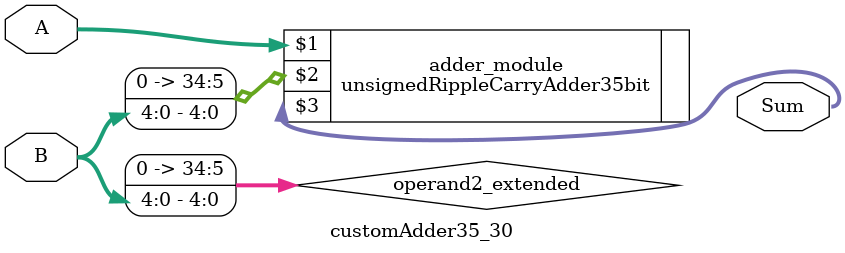
<source format=v>
module customAdder35_30(
                        input [34 : 0] A,
                        input [4 : 0] B,
                        
                        output [35 : 0] Sum
                );

        wire [34 : 0] operand2_extended;
        
        assign operand2_extended =  {30'b0, B};
        
        unsignedRippleCarryAdder35bit adder_module(
            A,
            operand2_extended,
            Sum
        );
        
        endmodule
        
</source>
